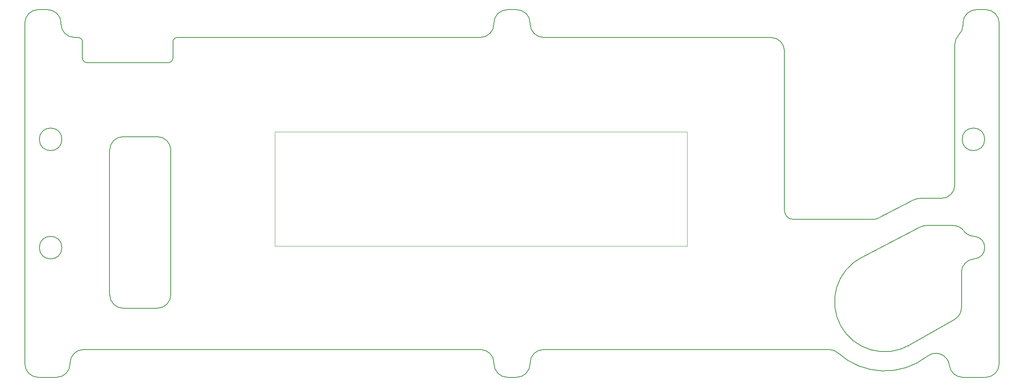
<source format=gm1>
%TF.GenerationSoftware,KiCad,Pcbnew,7.0.2-0*%
%TF.CreationDate,2024-05-09T13:19:14-07:00*%
%TF.ProjectId,New_Coil_Panel_Y,4e65775f-436f-4696-9c5f-50616e656c5f,2.0*%
%TF.SameCoordinates,Original*%
%TF.FileFunction,Profile,NP*%
%FSLAX46Y46*%
G04 Gerber Fmt 4.6, Leading zero omitted, Abs format (unit mm)*
G04 Created by KiCad (PCBNEW 7.0.2-0) date 2024-05-09 13:19:14*
%MOMM*%
%LPD*%
G01*
G04 APERTURE LIST*
%TA.AperFunction,Profile*%
%ADD10C,0.200000*%
%TD*%
%TA.AperFunction,Profile*%
%ADD11C,0.100000*%
%TD*%
G04 APERTURE END LIST*
D10*
X160121631Y-126836000D02*
X160121631Y-126661000D01*
X228232372Y-124439938D02*
G75*
G03*
X248017869Y-125143713I10309128J11353938D01*
G01*
X163121631Y-123660931D02*
G75*
G03*
X160121631Y-126661000I69J-3000069D01*
G01*
X163121631Y-123661000D02*
X226215698Y-123661000D01*
X56371700Y-51511000D02*
G75*
G03*
X59371631Y-54511000I2999900J-100D01*
G01*
X260671631Y-77086000D02*
G75*
G03*
X260671631Y-77086000I-2500000J0D01*
G01*
X55371631Y-129835931D02*
G75*
G03*
X58371631Y-126836000I69J2999931D01*
G01*
X70134831Y-76489900D02*
X77659631Y-76489900D01*
X56371631Y-51511000D02*
X56371631Y-51336000D01*
X77659631Y-114523831D02*
G75*
G03*
X80659631Y-111523900I69J2999931D01*
G01*
X157121631Y-129835931D02*
G75*
G03*
X160121631Y-126836000I69J2999931D01*
G01*
X149121631Y-54510931D02*
G75*
G03*
X152121631Y-51511000I69J2999931D01*
G01*
X152121700Y-126661000D02*
G75*
G03*
X149121631Y-123661000I-3000100J-100D01*
G01*
X157121631Y-48336000D02*
X155121631Y-48336000D01*
X155121631Y-129836000D02*
X157121631Y-129836000D01*
X77659631Y-114523900D02*
X70134831Y-114523900D01*
X152121631Y-126661000D02*
X152121631Y-126836000D01*
X61371631Y-123660931D02*
G75*
G03*
X58371631Y-126661000I69J-3000069D01*
G01*
X155121631Y-48335931D02*
G75*
G03*
X152121631Y-51336000I69J-3000069D01*
G01*
X255834505Y-129836000D02*
X260871631Y-129836000D01*
X152121700Y-126836000D02*
G75*
G03*
X155121631Y-129836000I2999900J-100D01*
G01*
X160121700Y-51336000D02*
G75*
G03*
X157121631Y-48336000I-3000100J-100D01*
G01*
X149121631Y-54511000D02*
X82121631Y-54511000D01*
X160121700Y-51511000D02*
G75*
G03*
X163121631Y-54511000I2999900J-100D01*
G01*
X81121631Y-55511000D02*
X81121631Y-59086000D01*
X80121631Y-60085931D02*
G75*
G03*
X81121631Y-59086000I69J999931D01*
G01*
X70134831Y-76489831D02*
G75*
G03*
X67134831Y-79489900I69J-3000069D01*
G01*
X48371700Y-126836000D02*
G75*
G03*
X51371631Y-129836000I2999900J-100D01*
G01*
X247807463Y-96186000D02*
X253661528Y-96186000D01*
X263871700Y-51336000D02*
G75*
G03*
X260871631Y-48336000I-3000100J-100D01*
G01*
X160121631Y-51511000D02*
X160121631Y-51336000D01*
X51371631Y-48335931D02*
G75*
G03*
X48371631Y-51336000I69J-3000069D01*
G01*
X82121631Y-54510931D02*
G75*
G03*
X81121631Y-55511000I69J-1000069D01*
G01*
X61121631Y-59086000D02*
X61121631Y-55511000D01*
X61371631Y-123661000D02*
X149121631Y-123661000D01*
X254969053Y-53904155D02*
G75*
G03*
X254066488Y-56049108I2097447J-2144945D01*
G01*
X60121631Y-54511000D02*
X59371631Y-54511000D01*
X246345513Y-90185984D02*
G75*
G03*
X244965495Y-90522253I-13J-2999816D01*
G01*
X256064523Y-97389971D02*
G75*
G03*
X253661528Y-96186000I-2403023J-1796129D01*
G01*
X254015815Y-116999960D02*
G75*
G03*
X255526488Y-114395724I-1489415J2604260D01*
G01*
X235908015Y-94836000D02*
X218371631Y-94836000D01*
X258871631Y-48335931D02*
G75*
G03*
X255871631Y-51336000I69J-3000069D01*
G01*
X254015803Y-116999940D02*
X244041836Y-122703911D01*
X152121631Y-51336000D02*
X152121631Y-51511000D01*
X258332930Y-103580790D02*
G75*
G03*
X258306112Y-98589620I-161330J2494790D01*
G01*
X80659700Y-79489900D02*
G75*
G03*
X77659631Y-76489900I-3000100J-100D01*
G01*
X67134831Y-111523900D02*
X67134831Y-79489900D01*
X260871631Y-129835931D02*
G75*
G03*
X263871631Y-126836000I69J2999931D01*
G01*
X56371700Y-51336000D02*
G75*
G03*
X53371631Y-48336000I-3000100J-100D01*
G01*
X258332933Y-103580833D02*
G75*
G03*
X255526488Y-106574540I193467J-2993667D01*
G01*
X254969058Y-53904160D02*
G75*
G03*
X255871631Y-51759216I-2097458J2144960D01*
G01*
X256064490Y-97389996D02*
G75*
G03*
X258306112Y-98589620I2403110J1796296D01*
G01*
X254066488Y-56049108D02*
X254066488Y-87186000D01*
X251066488Y-90186000D02*
X246345513Y-90186000D01*
X80121631Y-60086000D02*
X62121631Y-60086000D01*
X56571631Y-77086000D02*
G75*
G03*
X56571631Y-77086000I-2500000J0D01*
G01*
X228232356Y-124439956D02*
G75*
G03*
X226215698Y-123661000I-2016556J-2220744D01*
G01*
X255526488Y-106574540D02*
X255526488Y-114395724D01*
X255871631Y-51336000D02*
X255871631Y-51759216D01*
X67134900Y-111523900D02*
G75*
G03*
X70134831Y-114523900I2999900J-100D01*
G01*
X233444793Y-103248229D02*
X246427444Y-96522253D01*
X251066488Y-90185988D02*
G75*
G03*
X254066488Y-87186000I12J2999988D01*
G01*
X48371631Y-51336000D02*
X48371631Y-126836000D01*
X51371631Y-129836000D02*
X55371631Y-129836000D01*
X233444799Y-103248240D02*
G75*
G03*
X244041836Y-122703910I5096701J-9837760D01*
G01*
X216371631Y-92836000D02*
X216371631Y-57511000D01*
X263871631Y-126836000D02*
X263871631Y-51336000D01*
X61121700Y-55511000D02*
G75*
G03*
X60121631Y-54511000I-1000100J-100D01*
G01*
X244965495Y-90522253D02*
X237288034Y-94499747D01*
X61121700Y-59086000D02*
G75*
G03*
X62121631Y-60086000I999900J-100D01*
G01*
X58371631Y-126836000D02*
X58371631Y-126661000D01*
X235908015Y-94835984D02*
G75*
G03*
X237288034Y-94499746I-15J3000184D01*
G01*
X252853061Y-127169218D02*
G75*
G03*
X248017869Y-125143715I-2981461J-333282D01*
G01*
X252853074Y-127169216D02*
G75*
G03*
X255834505Y-129836000I2981526J333316D01*
G01*
X213371631Y-54511000D02*
X163121631Y-54511000D01*
X216371700Y-57511000D02*
G75*
G03*
X213371631Y-54511000I-3000100J-100D01*
G01*
X53371631Y-48336000D02*
X51371631Y-48336000D01*
X56571631Y-101086000D02*
G75*
G03*
X56571631Y-101086000I-2500000J0D01*
G01*
X260871631Y-48336000D02*
X258871631Y-48336000D01*
D11*
X103632000Y-75438000D02*
X194880695Y-75438000D01*
X194880695Y-100741627D01*
X103632000Y-100741627D01*
X103632000Y-75438000D01*
D10*
X216371700Y-92836000D02*
G75*
G03*
X218371631Y-94836000I1999900J-100D01*
G01*
X247807463Y-96186017D02*
G75*
G03*
X246427444Y-96522253I37J-3000283D01*
G01*
X80659631Y-79489900D02*
X80659631Y-111523900D01*
M02*

</source>
